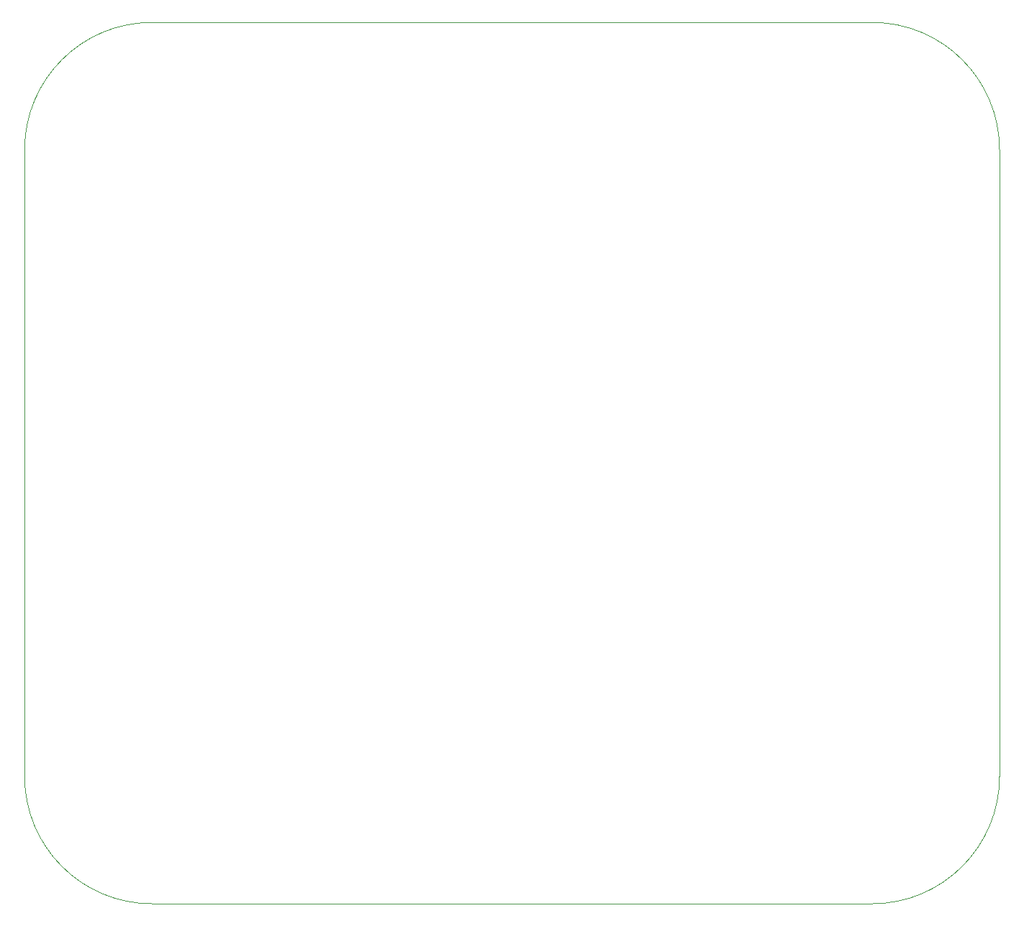
<source format=gm1>
%TF.GenerationSoftware,KiCad,Pcbnew,8.0.8*%
%TF.CreationDate,2025-03-09T10:58:12-03:00*%
%TF.ProjectId,equalizador,65717561-6c69-47a6-9164-6f722e6b6963,rev?*%
%TF.SameCoordinates,Original*%
%TF.FileFunction,Profile,NP*%
%FSLAX46Y46*%
G04 Gerber Fmt 4.6, Leading zero omitted, Abs format (unit mm)*
G04 Created by KiCad (PCBNEW 8.0.8) date 2025-03-09 10:58:12*
%MOMM*%
%LPD*%
G01*
G04 APERTURE LIST*
%TA.AperFunction,Profile*%
%ADD10C,0.050000*%
%TD*%
G04 APERTURE END LIST*
D10*
X148130850Y-44629150D02*
G75*
G02*
X163130850Y-59629150I0J-15000000D01*
G01*
X63340000Y-148420000D02*
G75*
G02*
X48340000Y-133420000I0J15000000D01*
G01*
X163130850Y-133420000D02*
G75*
G02*
X148130850Y-148420000I-15000000J0D01*
G01*
X148130850Y-148420000D02*
X63340000Y-148420000D01*
X48340000Y-59629150D02*
G75*
G02*
X63340000Y-44629150I15000000J0D01*
G01*
X48340000Y-133420000D02*
X48340000Y-59629150D01*
X63340000Y-44629150D02*
X148130850Y-44629150D01*
X163130850Y-59629150D02*
X163130850Y-133420000D01*
M02*

</source>
